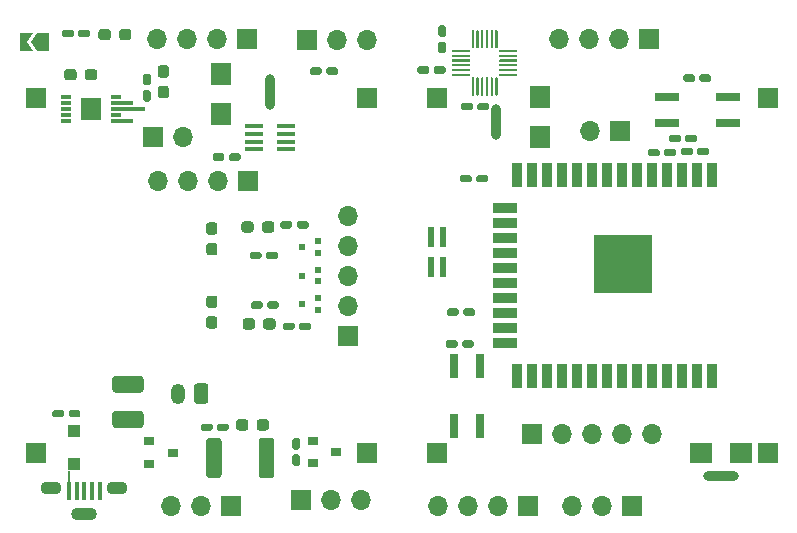
<source format=gts>
%TF.GenerationSoftware,KiCad,Pcbnew,(5.1.6)-1*%
%TF.CreationDate,2020-09-30T10:21:45+09:00*%
%TF.ProjectId,schematic,73636865-6d61-4746-9963-2e6b69636164,rev?*%
%TF.SameCoordinates,Original*%
%TF.FileFunction,Soldermask,Top*%
%TF.FilePolarity,Negative*%
%FSLAX46Y46*%
G04 Gerber Fmt 4.6, Leading zero omitted, Abs format (unit mm)*
G04 Created by KiCad (PCBNEW (5.1.6)-1) date 2020-09-30 10:21:45*
%MOMM*%
%LPD*%
G01*
G04 APERTURE LIST*
%ADD10C,0.150000*%
%ADD11O,1.200000X1.750000*%
%ADD12R,1.100000X1.100000*%
%ADD13R,0.500000X1.750000*%
%ADD14R,1.890000X0.305000*%
%ADD15R,0.890000X0.305000*%
%ADD16R,2.890000X0.305000*%
%ADD17R,1.680000X1.880000*%
%ADD18C,1.500000*%
%ADD19R,1.700000X1.700000*%
%ADD20O,1.700000X1.700000*%
%ADD21R,0.450000X1.500000*%
%ADD22O,1.800000X1.100000*%
%ADD23O,2.200000X1.100000*%
%ADD24C,0.100000*%
%ADD25R,1.800000X1.900000*%
%ADD26R,1.900000X1.800000*%
%ADD27R,0.900000X0.800000*%
%ADD28R,0.600000X0.500000*%
%ADD29R,2.050000X0.650000*%
%ADD30R,0.650000X2.050000*%
%ADD31O,0.840000X3.000000*%
%ADD32O,3.000000X0.840000*%
%ADD33R,1.560000X0.400000*%
%ADD34R,5.000000X5.000000*%
%ADD35R,0.900000X2.000000*%
%ADD36R,2.000000X0.900000*%
%ADD37C,2.500000*%
G04 APERTURE END LIST*
D10*
X58800000Y-97900000D02*
X58800000Y-96550000D01*
%TO.C,BT1*%
G36*
G01*
X70600000Y-89374999D02*
X70600000Y-90625001D01*
G75*
G02*
X70350001Y-90875000I-249999J0D01*
G01*
X69649999Y-90875000D01*
G75*
G02*
X69400000Y-90625001I0J249999D01*
G01*
X69400000Y-89374999D01*
G75*
G02*
X69649999Y-89125000I249999J0D01*
G01*
X70350001Y-89125000D01*
G75*
G02*
X70600000Y-89374999I0J-249999D01*
G01*
G37*
D11*
X68000000Y-90000000D03*
%TD*%
%TO.C,C3*%
G36*
G01*
X64875000Y-92900000D02*
X62725000Y-92900000D01*
G75*
G02*
X62475000Y-92650000I0J250000D01*
G01*
X62475000Y-91725000D01*
G75*
G02*
X62725000Y-91475000I250000J0D01*
G01*
X64875000Y-91475000D01*
G75*
G02*
X65125000Y-91725000I0J-250000D01*
G01*
X65125000Y-92650000D01*
G75*
G02*
X64875000Y-92900000I-250000J0D01*
G01*
G37*
G36*
G01*
X64875000Y-89925000D02*
X62725000Y-89925000D01*
G75*
G02*
X62475000Y-89675000I0J250000D01*
G01*
X62475000Y-88750000D01*
G75*
G02*
X62725000Y-88500000I250000J0D01*
G01*
X64875000Y-88500000D01*
G75*
G02*
X65125000Y-88750000I0J-250000D01*
G01*
X65125000Y-89675000D01*
G75*
G02*
X64875000Y-89925000I-250000J0D01*
G01*
G37*
%TD*%
%TO.C,C4*%
G36*
G01*
X80590000Y-62860000D02*
X80590000Y-62540000D01*
G75*
G02*
X80750000Y-62380000I160000J0D01*
G01*
X81430000Y-62380000D01*
G75*
G02*
X81590000Y-62540000I0J-160000D01*
G01*
X81590000Y-62860000D01*
G75*
G02*
X81430000Y-63020000I-160000J0D01*
G01*
X80750000Y-63020000D01*
G75*
G02*
X80590000Y-62860000I0J160000D01*
G01*
G37*
G36*
G01*
X79210000Y-62860000D02*
X79210000Y-62540000D01*
G75*
G02*
X79370000Y-62380000I160000J0D01*
G01*
X80050000Y-62380000D01*
G75*
G02*
X80210000Y-62540000I0J-160000D01*
G01*
X80210000Y-62860000D01*
G75*
G02*
X80050000Y-63020000I-160000J0D01*
G01*
X79370000Y-63020000D01*
G75*
G02*
X79210000Y-62860000I0J160000D01*
G01*
G37*
%TD*%
%TO.C,C5*%
G36*
G01*
X90560000Y-59810000D02*
X90240000Y-59810000D01*
G75*
G02*
X90080000Y-59650000I0J160000D01*
G01*
X90080000Y-58970000D01*
G75*
G02*
X90240000Y-58810000I160000J0D01*
G01*
X90560000Y-58810000D01*
G75*
G02*
X90720000Y-58970000I0J-160000D01*
G01*
X90720000Y-59650000D01*
G75*
G02*
X90560000Y-59810000I-160000J0D01*
G01*
G37*
G36*
G01*
X90560000Y-61190000D02*
X90240000Y-61190000D01*
G75*
G02*
X90080000Y-61030000I0J160000D01*
G01*
X90080000Y-60350000D01*
G75*
G02*
X90240000Y-60190000I160000J0D01*
G01*
X90560000Y-60190000D01*
G75*
G02*
X90720000Y-60350000I0J-160000D01*
G01*
X90720000Y-61030000D01*
G75*
G02*
X90560000Y-61190000I-160000J0D01*
G01*
G37*
%TD*%
%TO.C,C6*%
G36*
G01*
X94390000Y-65540000D02*
X94390000Y-65860000D01*
G75*
G02*
X94230000Y-66020000I-160000J0D01*
G01*
X93550000Y-66020000D01*
G75*
G02*
X93390000Y-65860000I0J160000D01*
G01*
X93390000Y-65540000D01*
G75*
G02*
X93550000Y-65380000I160000J0D01*
G01*
X94230000Y-65380000D01*
G75*
G02*
X94390000Y-65540000I0J-160000D01*
G01*
G37*
G36*
G01*
X93010000Y-65540000D02*
X93010000Y-65860000D01*
G75*
G02*
X92850000Y-66020000I-160000J0D01*
G01*
X92170000Y-66020000D01*
G75*
G02*
X92010000Y-65860000I0J160000D01*
G01*
X92010000Y-65540000D01*
G75*
G02*
X92170000Y-65380000I160000J0D01*
G01*
X92850000Y-65380000D01*
G75*
G02*
X93010000Y-65540000I0J-160000D01*
G01*
G37*
%TD*%
%TO.C,C8*%
G36*
G01*
X89310000Y-62440000D02*
X89310000Y-62760000D01*
G75*
G02*
X89150000Y-62920000I-160000J0D01*
G01*
X88470000Y-62920000D01*
G75*
G02*
X88310000Y-62760000I0J160000D01*
G01*
X88310000Y-62440000D01*
G75*
G02*
X88470000Y-62280000I160000J0D01*
G01*
X89150000Y-62280000D01*
G75*
G02*
X89310000Y-62440000I0J-160000D01*
G01*
G37*
G36*
G01*
X90690000Y-62440000D02*
X90690000Y-62760000D01*
G75*
G02*
X90530000Y-62920000I-160000J0D01*
G01*
X89850000Y-62920000D01*
G75*
G02*
X89690000Y-62760000I0J160000D01*
G01*
X89690000Y-62440000D01*
G75*
G02*
X89850000Y-62280000I160000J0D01*
G01*
X90530000Y-62280000D01*
G75*
G02*
X90690000Y-62440000I0J-160000D01*
G01*
G37*
%TD*%
%TO.C,C11*%
G36*
G01*
X112190000Y-63460000D02*
X112190000Y-63140000D01*
G75*
G02*
X112350000Y-62980000I160000J0D01*
G01*
X113030000Y-62980000D01*
G75*
G02*
X113190000Y-63140000I0J-160000D01*
G01*
X113190000Y-63460000D01*
G75*
G02*
X113030000Y-63620000I-160000J0D01*
G01*
X112350000Y-63620000D01*
G75*
G02*
X112190000Y-63460000I0J160000D01*
G01*
G37*
G36*
G01*
X110810000Y-63460000D02*
X110810000Y-63140000D01*
G75*
G02*
X110970000Y-62980000I160000J0D01*
G01*
X111650000Y-62980000D01*
G75*
G02*
X111810000Y-63140000I0J-160000D01*
G01*
X111810000Y-63460000D01*
G75*
G02*
X111650000Y-63620000I-160000J0D01*
G01*
X110970000Y-63620000D01*
G75*
G02*
X110810000Y-63460000I0J160000D01*
G01*
G37*
%TD*%
%TO.C,C22*%
G36*
G01*
X73340000Y-69820000D02*
X73340000Y-70140000D01*
G75*
G02*
X73180000Y-70300000I-160000J0D01*
G01*
X72500000Y-70300000D01*
G75*
G02*
X72340000Y-70140000I0J160000D01*
G01*
X72340000Y-69820000D01*
G75*
G02*
X72500000Y-69660000I160000J0D01*
G01*
X73180000Y-69660000D01*
G75*
G02*
X73340000Y-69820000I0J-160000D01*
G01*
G37*
G36*
G01*
X71960000Y-69820000D02*
X71960000Y-70140000D01*
G75*
G02*
X71800000Y-70300000I-160000J0D01*
G01*
X71120000Y-70300000D01*
G75*
G02*
X70960000Y-70140000I0J160000D01*
G01*
X70960000Y-69820000D01*
G75*
G02*
X71120000Y-69660000I160000J0D01*
G01*
X71800000Y-69660000D01*
G75*
G02*
X71960000Y-69820000I0J-160000D01*
G01*
G37*
%TD*%
%TO.C,C23*%
G36*
G01*
X108810000Y-69440000D02*
X108810000Y-69760000D01*
G75*
G02*
X108650000Y-69920000I-160000J0D01*
G01*
X107970000Y-69920000D01*
G75*
G02*
X107810000Y-69760000I0J160000D01*
G01*
X107810000Y-69440000D01*
G75*
G02*
X107970000Y-69280000I160000J0D01*
G01*
X108650000Y-69280000D01*
G75*
G02*
X108810000Y-69440000I0J-160000D01*
G01*
G37*
G36*
G01*
X110190000Y-69440000D02*
X110190000Y-69760000D01*
G75*
G02*
X110030000Y-69920000I-160000J0D01*
G01*
X109350000Y-69920000D01*
G75*
G02*
X109190000Y-69760000I0J160000D01*
G01*
X109190000Y-69440000D01*
G75*
G02*
X109350000Y-69280000I160000J0D01*
G01*
X110030000Y-69280000D01*
G75*
G02*
X110190000Y-69440000I0J-160000D01*
G01*
G37*
%TD*%
%TO.C,C24*%
G36*
G01*
X65240000Y-62910000D02*
X65560000Y-62910000D01*
G75*
G02*
X65720000Y-63070000I0J-160000D01*
G01*
X65720000Y-63750000D01*
G75*
G02*
X65560000Y-63910000I-160000J0D01*
G01*
X65240000Y-63910000D01*
G75*
G02*
X65080000Y-63750000I0J160000D01*
G01*
X65080000Y-63070000D01*
G75*
G02*
X65240000Y-62910000I160000J0D01*
G01*
G37*
G36*
G01*
X65240000Y-64290000D02*
X65560000Y-64290000D01*
G75*
G02*
X65720000Y-64450000I0J-160000D01*
G01*
X65720000Y-65130000D01*
G75*
G02*
X65560000Y-65290000I-160000J0D01*
G01*
X65240000Y-65290000D01*
G75*
G02*
X65080000Y-65130000I0J160000D01*
G01*
X65080000Y-64450000D01*
G75*
G02*
X65240000Y-64290000I160000J0D01*
G01*
G37*
%TD*%
%TO.C,C25*%
G36*
G01*
X66562500Y-62200000D02*
X67037500Y-62200000D01*
G75*
G02*
X67275000Y-62437500I0J-237500D01*
G01*
X67275000Y-63012500D01*
G75*
G02*
X67037500Y-63250000I-237500J0D01*
G01*
X66562500Y-63250000D01*
G75*
G02*
X66325000Y-63012500I0J237500D01*
G01*
X66325000Y-62437500D01*
G75*
G02*
X66562500Y-62200000I237500J0D01*
G01*
G37*
G36*
G01*
X66562500Y-63950000D02*
X67037500Y-63950000D01*
G75*
G02*
X67275000Y-64187500I0J-237500D01*
G01*
X67275000Y-64762500D01*
G75*
G02*
X67037500Y-65000000I-237500J0D01*
G01*
X66562500Y-65000000D01*
G75*
G02*
X66325000Y-64762500I0J237500D01*
G01*
X66325000Y-64187500D01*
G75*
G02*
X66562500Y-63950000I237500J0D01*
G01*
G37*
%TD*%
%TO.C,C27*%
G36*
G01*
X110610000Y-69660000D02*
X110610000Y-69340000D01*
G75*
G02*
X110770000Y-69180000I160000J0D01*
G01*
X111450000Y-69180000D01*
G75*
G02*
X111610000Y-69340000I0J-160000D01*
G01*
X111610000Y-69660000D01*
G75*
G02*
X111450000Y-69820000I-160000J0D01*
G01*
X110770000Y-69820000D01*
G75*
G02*
X110610000Y-69660000I0J160000D01*
G01*
G37*
G36*
G01*
X111990000Y-69660000D02*
X111990000Y-69340000D01*
G75*
G02*
X112150000Y-69180000I160000J0D01*
G01*
X112830000Y-69180000D01*
G75*
G02*
X112990000Y-69340000I0J-160000D01*
G01*
X112990000Y-69660000D01*
G75*
G02*
X112830000Y-69820000I-160000J0D01*
G01*
X112150000Y-69820000D01*
G75*
G02*
X111990000Y-69660000I0J160000D01*
G01*
G37*
%TD*%
D12*
%TO.C,D1*%
X59200000Y-96000000D03*
X59200000Y-93200000D03*
%TD*%
%TO.C,D3*%
G36*
G01*
X71137500Y-76550000D02*
X70662500Y-76550000D01*
G75*
G02*
X70425000Y-76312500I0J237500D01*
G01*
X70425000Y-75737500D01*
G75*
G02*
X70662500Y-75500000I237500J0D01*
G01*
X71137500Y-75500000D01*
G75*
G02*
X71375000Y-75737500I0J-237500D01*
G01*
X71375000Y-76312500D01*
G75*
G02*
X71137500Y-76550000I-237500J0D01*
G01*
G37*
G36*
G01*
X71137500Y-78300000D02*
X70662500Y-78300000D01*
G75*
G02*
X70425000Y-78062500I0J237500D01*
G01*
X70425000Y-77487500D01*
G75*
G02*
X70662500Y-77250000I237500J0D01*
G01*
X71137500Y-77250000D01*
G75*
G02*
X71375000Y-77487500I0J-237500D01*
G01*
X71375000Y-78062500D01*
G75*
G02*
X71137500Y-78300000I-237500J0D01*
G01*
G37*
%TD*%
%TO.C,D4*%
G36*
G01*
X74000000Y-92412500D02*
X74000000Y-92887500D01*
G75*
G02*
X73762500Y-93125000I-237500J0D01*
G01*
X73187500Y-93125000D01*
G75*
G02*
X72950000Y-92887500I0J237500D01*
G01*
X72950000Y-92412500D01*
G75*
G02*
X73187500Y-92175000I237500J0D01*
G01*
X73762500Y-92175000D01*
G75*
G02*
X74000000Y-92412500I0J-237500D01*
G01*
G37*
G36*
G01*
X75750000Y-92412500D02*
X75750000Y-92887500D01*
G75*
G02*
X75512500Y-93125000I-237500J0D01*
G01*
X74937500Y-93125000D01*
G75*
G02*
X74700000Y-92887500I0J237500D01*
G01*
X74700000Y-92412500D01*
G75*
G02*
X74937500Y-92175000I237500J0D01*
G01*
X75512500Y-92175000D01*
G75*
G02*
X75750000Y-92412500I0J-237500D01*
G01*
G37*
%TD*%
%TO.C,D5*%
G36*
G01*
X70662500Y-81700000D02*
X71137500Y-81700000D01*
G75*
G02*
X71375000Y-81937500I0J-237500D01*
G01*
X71375000Y-82512500D01*
G75*
G02*
X71137500Y-82750000I-237500J0D01*
G01*
X70662500Y-82750000D01*
G75*
G02*
X70425000Y-82512500I0J237500D01*
G01*
X70425000Y-81937500D01*
G75*
G02*
X70662500Y-81700000I237500J0D01*
G01*
G37*
G36*
G01*
X70662500Y-83450000D02*
X71137500Y-83450000D01*
G75*
G02*
X71375000Y-83687500I0J-237500D01*
G01*
X71375000Y-84262500D01*
G75*
G02*
X71137500Y-84500000I-237500J0D01*
G01*
X70662500Y-84500000D01*
G75*
G02*
X70425000Y-84262500I0J237500D01*
G01*
X70425000Y-83687500D01*
G75*
G02*
X70662500Y-83450000I237500J0D01*
G01*
G37*
%TD*%
D13*
%TO.C,D6*%
X89500000Y-76725000D03*
X90500000Y-76725000D03*
X89500000Y-79275000D03*
X90500000Y-79275000D03*
%TD*%
%TO.C,D7*%
G36*
G01*
X74550000Y-83862500D02*
X74550000Y-84337500D01*
G75*
G02*
X74312500Y-84575000I-237500J0D01*
G01*
X73737500Y-84575000D01*
G75*
G02*
X73500000Y-84337500I0J237500D01*
G01*
X73500000Y-83862500D01*
G75*
G02*
X73737500Y-83625000I237500J0D01*
G01*
X74312500Y-83625000D01*
G75*
G02*
X74550000Y-83862500I0J-237500D01*
G01*
G37*
G36*
G01*
X76300000Y-83862500D02*
X76300000Y-84337500D01*
G75*
G02*
X76062500Y-84575000I-237500J0D01*
G01*
X75487500Y-84575000D01*
G75*
G02*
X75250000Y-84337500I0J237500D01*
G01*
X75250000Y-83862500D01*
G75*
G02*
X75487500Y-83625000I237500J0D01*
G01*
X76062500Y-83625000D01*
G75*
G02*
X76300000Y-83862500I0J-237500D01*
G01*
G37*
%TD*%
%TO.C,D8*%
G36*
G01*
X61200000Y-62762500D02*
X61200000Y-63237500D01*
G75*
G02*
X60962500Y-63475000I-237500J0D01*
G01*
X60387500Y-63475000D01*
G75*
G02*
X60150000Y-63237500I0J237500D01*
G01*
X60150000Y-62762500D01*
G75*
G02*
X60387500Y-62525000I237500J0D01*
G01*
X60962500Y-62525000D01*
G75*
G02*
X61200000Y-62762500I0J-237500D01*
G01*
G37*
G36*
G01*
X59450000Y-62762500D02*
X59450000Y-63237500D01*
G75*
G02*
X59212500Y-63475000I-237500J0D01*
G01*
X58637500Y-63475000D01*
G75*
G02*
X58400000Y-63237500I0J237500D01*
G01*
X58400000Y-62762500D01*
G75*
G02*
X58637500Y-62525000I237500J0D01*
G01*
X59212500Y-62525000D01*
G75*
G02*
X59450000Y-62762500I0J-237500D01*
G01*
G37*
%TD*%
%TO.C,D9*%
G36*
G01*
X61300000Y-59837500D02*
X61300000Y-59362500D01*
G75*
G02*
X61537500Y-59125000I237500J0D01*
G01*
X62112500Y-59125000D01*
G75*
G02*
X62350000Y-59362500I0J-237500D01*
G01*
X62350000Y-59837500D01*
G75*
G02*
X62112500Y-60075000I-237500J0D01*
G01*
X61537500Y-60075000D01*
G75*
G02*
X61300000Y-59837500I0J237500D01*
G01*
G37*
G36*
G01*
X63050000Y-59837500D02*
X63050000Y-59362500D01*
G75*
G02*
X63287500Y-59125000I237500J0D01*
G01*
X63862500Y-59125000D01*
G75*
G02*
X64100000Y-59362500I0J-237500D01*
G01*
X64100000Y-59837500D01*
G75*
G02*
X63862500Y-60075000I-237500J0D01*
G01*
X63287500Y-60075000D01*
G75*
G02*
X63050000Y-59837500I0J237500D01*
G01*
G37*
%TD*%
%TO.C,D10*%
G36*
G01*
X76200000Y-75662500D02*
X76200000Y-76137500D01*
G75*
G02*
X75962500Y-76375000I-237500J0D01*
G01*
X75387500Y-76375000D01*
G75*
G02*
X75150000Y-76137500I0J237500D01*
G01*
X75150000Y-75662500D01*
G75*
G02*
X75387500Y-75425000I237500J0D01*
G01*
X75962500Y-75425000D01*
G75*
G02*
X76200000Y-75662500I0J-237500D01*
G01*
G37*
G36*
G01*
X74450000Y-75662500D02*
X74450000Y-76137500D01*
G75*
G02*
X74212500Y-76375000I-237500J0D01*
G01*
X73637500Y-76375000D01*
G75*
G02*
X73400000Y-76137500I0J237500D01*
G01*
X73400000Y-75662500D01*
G75*
G02*
X73637500Y-75425000I237500J0D01*
G01*
X74212500Y-75425000D01*
G75*
G02*
X74450000Y-75662500I0J-237500D01*
G01*
G37*
%TD*%
%TO.C,F1*%
G36*
G01*
X70425000Y-96900000D02*
X70425000Y-94000000D01*
G75*
G02*
X70675000Y-93750000I250000J0D01*
G01*
X71475000Y-93750000D01*
G75*
G02*
X71725000Y-94000000I0J-250000D01*
G01*
X71725000Y-96900000D01*
G75*
G02*
X71475000Y-97150000I-250000J0D01*
G01*
X70675000Y-97150000D01*
G75*
G02*
X70425000Y-96900000I0J250000D01*
G01*
G37*
G36*
G01*
X74875000Y-96900000D02*
X74875000Y-94000000D01*
G75*
G02*
X75125000Y-93750000I250000J0D01*
G01*
X75925000Y-93750000D01*
G75*
G02*
X76175000Y-94000000I0J-250000D01*
G01*
X76175000Y-96900000D01*
G75*
G02*
X75925000Y-97150000I-250000J0D01*
G01*
X75125000Y-97150000D01*
G75*
G02*
X74875000Y-96900000I0J250000D01*
G01*
G37*
%TD*%
D14*
%TO.C,IC1*%
X63305000Y-66900000D03*
D15*
X62805000Y-66400000D03*
D16*
X63805000Y-65900000D03*
D14*
X63305000Y-65400000D03*
D15*
X62805000Y-64900000D03*
X58595000Y-64900000D03*
X58595000Y-65400000D03*
X58595000Y-65900000D03*
X58595000Y-66400000D03*
X58595000Y-66900000D03*
D17*
X60700000Y-65900000D03*
D18*
X60700000Y-65900000D03*
%TD*%
D19*
%TO.C,J1*%
X79000000Y-60100000D03*
D20*
X81540000Y-60100000D03*
X84080000Y-60100000D03*
%TD*%
D21*
%TO.C,J2*%
X60100000Y-98275000D03*
X60750000Y-98275000D03*
X59450000Y-98275000D03*
X61400000Y-98275000D03*
X58800000Y-98275000D03*
D22*
X57300000Y-98025000D03*
X62900000Y-98025000D03*
D23*
X60100000Y-100175000D03*
%TD*%
D19*
%TO.C,J3*%
X72540000Y-99500000D03*
D20*
X70000000Y-99500000D03*
X67460000Y-99500000D03*
%TD*%
D19*
%TO.C,J4*%
X97640000Y-99500000D03*
D20*
X95100000Y-99500000D03*
X92560000Y-99500000D03*
X90020000Y-99500000D03*
%TD*%
D19*
%TO.C,J5*%
X74000000Y-72000000D03*
D20*
X71460000Y-72000000D03*
X68920000Y-72000000D03*
X66380000Y-72000000D03*
%TD*%
%TO.C,J6*%
X108180000Y-93400000D03*
X105640000Y-93400000D03*
X103100000Y-93400000D03*
X100560000Y-93400000D03*
D19*
X98020000Y-93400000D03*
%TD*%
%TO.C,J7*%
X82400000Y-85080000D03*
D20*
X82400000Y-82540000D03*
X82400000Y-80000000D03*
X82400000Y-77460000D03*
X82400000Y-74920000D03*
%TD*%
%TO.C,J8*%
X101360000Y-99500000D03*
X103900000Y-99500000D03*
D19*
X106440000Y-99500000D03*
%TD*%
%TO.C,J9*%
X90000000Y-65000000D03*
%TD*%
%TO.C,J10*%
X56000000Y-65000000D03*
%TD*%
%TO.C,J11*%
X56000000Y-95000000D03*
%TD*%
%TO.C,J12*%
X84000000Y-95000000D03*
%TD*%
%TO.C,J13*%
X118000000Y-95000000D03*
%TD*%
%TO.C,J14*%
X90000000Y-95000000D03*
%TD*%
%TO.C,J17*%
X118000000Y-65000000D03*
%TD*%
%TO.C,J18*%
X84000000Y-65000000D03*
%TD*%
%TO.C,J19*%
X105500000Y-67800000D03*
D20*
X102960000Y-67800000D03*
%TD*%
D24*
%TO.C,JP1*%
G36*
X54625000Y-59500000D02*
G01*
X55775000Y-59500000D01*
X55275000Y-60250000D01*
X55775000Y-61000000D01*
X54625000Y-61000000D01*
X54625000Y-59500000D01*
G37*
G36*
X55575000Y-60250000D02*
G01*
X56075000Y-59500000D01*
X57075000Y-59500000D01*
X57075000Y-61000000D01*
X56075000Y-61000000D01*
X55575000Y-60250000D01*
G37*
%TD*%
D25*
%TO.C,L1*%
X71690000Y-62920000D03*
X71690000Y-66320000D03*
%TD*%
D26*
%TO.C,L2*%
X112300000Y-95000000D03*
X115700000Y-95000000D03*
%TD*%
D25*
%TO.C,L3*%
X98670000Y-68300000D03*
X98670000Y-64900000D03*
%TD*%
D19*
%TO.C,M1*%
X65900000Y-68300000D03*
D20*
X68440000Y-68300000D03*
%TD*%
D27*
%TO.C,Q1*%
X67600000Y-95000000D03*
X65600000Y-95950000D03*
X65600000Y-94050000D03*
%TD*%
D28*
%TO.C,Q4*%
X79850000Y-80500000D03*
X79850000Y-79500000D03*
X78550000Y-80000000D03*
%TD*%
D27*
%TO.C,Q5*%
X79450000Y-94000000D03*
X79450000Y-95900000D03*
X81450000Y-94950000D03*
%TD*%
D28*
%TO.C,Q6*%
X78550000Y-82400000D03*
X79850000Y-81900000D03*
X79850000Y-82900000D03*
%TD*%
%TO.C,Q7*%
X79850000Y-78100000D03*
X79850000Y-77100000D03*
X78550000Y-77600000D03*
%TD*%
%TO.C,R1*%
G36*
G01*
X58780000Y-91860000D02*
X58780000Y-91540000D01*
G75*
G02*
X58940000Y-91380000I160000J0D01*
G01*
X59620000Y-91380000D01*
G75*
G02*
X59780000Y-91540000I0J-160000D01*
G01*
X59780000Y-91860000D01*
G75*
G02*
X59620000Y-92020000I-160000J0D01*
G01*
X58940000Y-92020000D01*
G75*
G02*
X58780000Y-91860000I0J160000D01*
G01*
G37*
G36*
G01*
X57400000Y-91860000D02*
X57400000Y-91540000D01*
G75*
G02*
X57560000Y-91380000I160000J0D01*
G01*
X58240000Y-91380000D01*
G75*
G02*
X58400000Y-91540000I0J-160000D01*
G01*
X58400000Y-91860000D01*
G75*
G02*
X58240000Y-92020000I-160000J0D01*
G01*
X57560000Y-92020000D01*
G75*
G02*
X57400000Y-91860000I0J160000D01*
G01*
G37*
%TD*%
%TO.C,R9*%
G36*
G01*
X74110000Y-78460000D02*
X74110000Y-78140000D01*
G75*
G02*
X74270000Y-77980000I160000J0D01*
G01*
X74950000Y-77980000D01*
G75*
G02*
X75110000Y-78140000I0J-160000D01*
G01*
X75110000Y-78460000D01*
G75*
G02*
X74950000Y-78620000I-160000J0D01*
G01*
X74270000Y-78620000D01*
G75*
G02*
X74110000Y-78460000I0J160000D01*
G01*
G37*
G36*
G01*
X75490000Y-78460000D02*
X75490000Y-78140000D01*
G75*
G02*
X75650000Y-77980000I160000J0D01*
G01*
X76330000Y-77980000D01*
G75*
G02*
X76490000Y-78140000I0J-160000D01*
G01*
X76490000Y-78460000D01*
G75*
G02*
X76330000Y-78620000I-160000J0D01*
G01*
X75650000Y-78620000D01*
G75*
G02*
X75490000Y-78460000I0J160000D01*
G01*
G37*
%TD*%
%TO.C,R10*%
G36*
G01*
X78210000Y-96140000D02*
X77890000Y-96140000D01*
G75*
G02*
X77730000Y-95980000I0J160000D01*
G01*
X77730000Y-95300000D01*
G75*
G02*
X77890000Y-95140000I160000J0D01*
G01*
X78210000Y-95140000D01*
G75*
G02*
X78370000Y-95300000I0J-160000D01*
G01*
X78370000Y-95980000D01*
G75*
G02*
X78210000Y-96140000I-160000J0D01*
G01*
G37*
G36*
G01*
X78210000Y-94760000D02*
X77890000Y-94760000D01*
G75*
G02*
X77730000Y-94600000I0J160000D01*
G01*
X77730000Y-93920000D01*
G75*
G02*
X77890000Y-93760000I160000J0D01*
G01*
X78210000Y-93760000D01*
G75*
G02*
X78370000Y-93920000I0J-160000D01*
G01*
X78370000Y-94600000D01*
G75*
G02*
X78210000Y-94760000I-160000J0D01*
G01*
G37*
%TD*%
%TO.C,R14*%
G36*
G01*
X69960000Y-93010000D02*
X69960000Y-92690000D01*
G75*
G02*
X70120000Y-92530000I160000J0D01*
G01*
X70800000Y-92530000D01*
G75*
G02*
X70960000Y-92690000I0J-160000D01*
G01*
X70960000Y-93010000D01*
G75*
G02*
X70800000Y-93170000I-160000J0D01*
G01*
X70120000Y-93170000D01*
G75*
G02*
X69960000Y-93010000I0J160000D01*
G01*
G37*
G36*
G01*
X71340000Y-93010000D02*
X71340000Y-92690000D01*
G75*
G02*
X71500000Y-92530000I160000J0D01*
G01*
X72180000Y-92530000D01*
G75*
G02*
X72340000Y-92690000I0J-160000D01*
G01*
X72340000Y-93010000D01*
G75*
G02*
X72180000Y-93170000I-160000J0D01*
G01*
X71500000Y-93170000D01*
G75*
G02*
X71340000Y-93010000I0J160000D01*
G01*
G37*
%TD*%
%TO.C,R15*%
G36*
G01*
X74210000Y-82660000D02*
X74210000Y-82340000D01*
G75*
G02*
X74370000Y-82180000I160000J0D01*
G01*
X75050000Y-82180000D01*
G75*
G02*
X75210000Y-82340000I0J-160000D01*
G01*
X75210000Y-82660000D01*
G75*
G02*
X75050000Y-82820000I-160000J0D01*
G01*
X74370000Y-82820000D01*
G75*
G02*
X74210000Y-82660000I0J160000D01*
G01*
G37*
G36*
G01*
X75590000Y-82660000D02*
X75590000Y-82340000D01*
G75*
G02*
X75750000Y-82180000I160000J0D01*
G01*
X76430000Y-82180000D01*
G75*
G02*
X76590000Y-82340000I0J-160000D01*
G01*
X76590000Y-82660000D01*
G75*
G02*
X76430000Y-82820000I-160000J0D01*
G01*
X75750000Y-82820000D01*
G75*
G02*
X75590000Y-82660000I0J160000D01*
G01*
G37*
%TD*%
%TO.C,R16*%
G36*
G01*
X78290000Y-84460000D02*
X78290000Y-84140000D01*
G75*
G02*
X78450000Y-83980000I160000J0D01*
G01*
X79130000Y-83980000D01*
G75*
G02*
X79290000Y-84140000I0J-160000D01*
G01*
X79290000Y-84460000D01*
G75*
G02*
X79130000Y-84620000I-160000J0D01*
G01*
X78450000Y-84620000D01*
G75*
G02*
X78290000Y-84460000I0J160000D01*
G01*
G37*
G36*
G01*
X76910000Y-84460000D02*
X76910000Y-84140000D01*
G75*
G02*
X77070000Y-83980000I160000J0D01*
G01*
X77750000Y-83980000D01*
G75*
G02*
X77910000Y-84140000I0J-160000D01*
G01*
X77910000Y-84460000D01*
G75*
G02*
X77750000Y-84620000I-160000J0D01*
G01*
X77070000Y-84620000D01*
G75*
G02*
X76910000Y-84460000I0J160000D01*
G01*
G37*
%TD*%
%TO.C,R21*%
G36*
G01*
X60590000Y-59340000D02*
X60590000Y-59660000D01*
G75*
G02*
X60430000Y-59820000I-160000J0D01*
G01*
X59750000Y-59820000D01*
G75*
G02*
X59590000Y-59660000I0J160000D01*
G01*
X59590000Y-59340000D01*
G75*
G02*
X59750000Y-59180000I160000J0D01*
G01*
X60430000Y-59180000D01*
G75*
G02*
X60590000Y-59340000I0J-160000D01*
G01*
G37*
G36*
G01*
X59210000Y-59340000D02*
X59210000Y-59660000D01*
G75*
G02*
X59050000Y-59820000I-160000J0D01*
G01*
X58370000Y-59820000D01*
G75*
G02*
X58210000Y-59660000I0J160000D01*
G01*
X58210000Y-59340000D01*
G75*
G02*
X58370000Y-59180000I160000J0D01*
G01*
X59050000Y-59180000D01*
G75*
G02*
X59210000Y-59340000I0J-160000D01*
G01*
G37*
%TD*%
%TO.C,R23*%
G36*
G01*
X76710000Y-75860000D02*
X76710000Y-75540000D01*
G75*
G02*
X76870000Y-75380000I160000J0D01*
G01*
X77550000Y-75380000D01*
G75*
G02*
X77710000Y-75540000I0J-160000D01*
G01*
X77710000Y-75860000D01*
G75*
G02*
X77550000Y-76020000I-160000J0D01*
G01*
X76870000Y-76020000D01*
G75*
G02*
X76710000Y-75860000I0J160000D01*
G01*
G37*
G36*
G01*
X78090000Y-75860000D02*
X78090000Y-75540000D01*
G75*
G02*
X78250000Y-75380000I160000J0D01*
G01*
X78930000Y-75380000D01*
G75*
G02*
X79090000Y-75540000I0J-160000D01*
G01*
X79090000Y-75860000D01*
G75*
G02*
X78930000Y-76020000I-160000J0D01*
G01*
X78250000Y-76020000D01*
G75*
G02*
X78090000Y-75860000I0J160000D01*
G01*
G37*
%TD*%
%TO.C,R25*%
G36*
G01*
X91910000Y-71960000D02*
X91910000Y-71640000D01*
G75*
G02*
X92070000Y-71480000I160000J0D01*
G01*
X92750000Y-71480000D01*
G75*
G02*
X92910000Y-71640000I0J-160000D01*
G01*
X92910000Y-71960000D01*
G75*
G02*
X92750000Y-72120000I-160000J0D01*
G01*
X92070000Y-72120000D01*
G75*
G02*
X91910000Y-71960000I0J160000D01*
G01*
G37*
G36*
G01*
X93290000Y-71960000D02*
X93290000Y-71640000D01*
G75*
G02*
X93450000Y-71480000I160000J0D01*
G01*
X94130000Y-71480000D01*
G75*
G02*
X94290000Y-71640000I0J-160000D01*
G01*
X94290000Y-71960000D01*
G75*
G02*
X94130000Y-72120000I-160000J0D01*
G01*
X93450000Y-72120000D01*
G75*
G02*
X93290000Y-71960000I0J160000D01*
G01*
G37*
%TD*%
%TO.C,R27*%
G36*
G01*
X111990000Y-68240000D02*
X111990000Y-68560000D01*
G75*
G02*
X111830000Y-68720000I-160000J0D01*
G01*
X111150000Y-68720000D01*
G75*
G02*
X110990000Y-68560000I0J160000D01*
G01*
X110990000Y-68240000D01*
G75*
G02*
X111150000Y-68080000I160000J0D01*
G01*
X111830000Y-68080000D01*
G75*
G02*
X111990000Y-68240000I0J-160000D01*
G01*
G37*
G36*
G01*
X110610000Y-68240000D02*
X110610000Y-68560000D01*
G75*
G02*
X110450000Y-68720000I-160000J0D01*
G01*
X109770000Y-68720000D01*
G75*
G02*
X109610000Y-68560000I0J160000D01*
G01*
X109610000Y-68240000D01*
G75*
G02*
X109770000Y-68080000I160000J0D01*
G01*
X110450000Y-68080000D01*
G75*
G02*
X110610000Y-68240000I0J-160000D01*
G01*
G37*
%TD*%
%TO.C,R31*%
G36*
G01*
X90710000Y-85960000D02*
X90710000Y-85640000D01*
G75*
G02*
X90870000Y-85480000I160000J0D01*
G01*
X91550000Y-85480000D01*
G75*
G02*
X91710000Y-85640000I0J-160000D01*
G01*
X91710000Y-85960000D01*
G75*
G02*
X91550000Y-86120000I-160000J0D01*
G01*
X90870000Y-86120000D01*
G75*
G02*
X90710000Y-85960000I0J160000D01*
G01*
G37*
G36*
G01*
X92090000Y-85960000D02*
X92090000Y-85640000D01*
G75*
G02*
X92250000Y-85480000I160000J0D01*
G01*
X92930000Y-85480000D01*
G75*
G02*
X93090000Y-85640000I0J-160000D01*
G01*
X93090000Y-85960000D01*
G75*
G02*
X92930000Y-86120000I-160000J0D01*
G01*
X92250000Y-86120000D01*
G75*
G02*
X92090000Y-85960000I0J160000D01*
G01*
G37*
%TD*%
%TO.C,R32*%
G36*
G01*
X92190000Y-83260000D02*
X92190000Y-82940000D01*
G75*
G02*
X92350000Y-82780000I160000J0D01*
G01*
X93030000Y-82780000D01*
G75*
G02*
X93190000Y-82940000I0J-160000D01*
G01*
X93190000Y-83260000D01*
G75*
G02*
X93030000Y-83420000I-160000J0D01*
G01*
X92350000Y-83420000D01*
G75*
G02*
X92190000Y-83260000I0J160000D01*
G01*
G37*
G36*
G01*
X90810000Y-83260000D02*
X90810000Y-82940000D01*
G75*
G02*
X90970000Y-82780000I160000J0D01*
G01*
X91650000Y-82780000D01*
G75*
G02*
X91810000Y-82940000I0J-160000D01*
G01*
X91810000Y-83260000D01*
G75*
G02*
X91650000Y-83420000I-160000J0D01*
G01*
X90970000Y-83420000D01*
G75*
G02*
X90810000Y-83260000I0J160000D01*
G01*
G37*
%TD*%
D29*
%TO.C,SW1*%
X109425000Y-64925000D03*
X114575000Y-64925000D03*
X109425000Y-67075000D03*
X114575000Y-67075000D03*
%TD*%
D30*
%TO.C,SW2*%
X93575000Y-87625000D03*
X93575000Y-92775000D03*
X91425000Y-87625000D03*
X91425000Y-92775000D03*
%TD*%
D19*
%TO.C,SW3*%
X78460000Y-99000000D03*
D20*
X81000000Y-99000000D03*
X83540000Y-99000000D03*
%TD*%
D31*
%TO.C,U1*%
X75800000Y-64500000D03*
%TD*%
%TO.C,U2*%
G36*
G01*
X94950000Y-59225000D02*
X95050000Y-59225000D01*
G75*
G02*
X95100000Y-59275000I0J-50000D01*
G01*
X95100000Y-60725000D01*
G75*
G02*
X95050000Y-60775000I-50000J0D01*
G01*
X94950000Y-60775000D01*
G75*
G02*
X94900000Y-60725000I0J50000D01*
G01*
X94900000Y-59275000D01*
G75*
G02*
X94950000Y-59225000I50000J0D01*
G01*
G37*
G36*
G01*
X94550000Y-59225000D02*
X94650000Y-59225000D01*
G75*
G02*
X94700000Y-59275000I0J-50000D01*
G01*
X94700000Y-60725000D01*
G75*
G02*
X94650000Y-60775000I-50000J0D01*
G01*
X94550000Y-60775000D01*
G75*
G02*
X94500000Y-60725000I0J50000D01*
G01*
X94500000Y-59275000D01*
G75*
G02*
X94550000Y-59225000I50000J0D01*
G01*
G37*
G36*
G01*
X94150000Y-59225000D02*
X94250000Y-59225000D01*
G75*
G02*
X94300000Y-59275000I0J-50000D01*
G01*
X94300000Y-60725000D01*
G75*
G02*
X94250000Y-60775000I-50000J0D01*
G01*
X94150000Y-60775000D01*
G75*
G02*
X94100000Y-60725000I0J50000D01*
G01*
X94100000Y-59275000D01*
G75*
G02*
X94150000Y-59225000I50000J0D01*
G01*
G37*
G36*
G01*
X93750000Y-59225000D02*
X93850000Y-59225000D01*
G75*
G02*
X93900000Y-59275000I0J-50000D01*
G01*
X93900000Y-60725000D01*
G75*
G02*
X93850000Y-60775000I-50000J0D01*
G01*
X93750000Y-60775000D01*
G75*
G02*
X93700000Y-60725000I0J50000D01*
G01*
X93700000Y-59275000D01*
G75*
G02*
X93750000Y-59225000I50000J0D01*
G01*
G37*
G36*
G01*
X93350000Y-59225000D02*
X93450000Y-59225000D01*
G75*
G02*
X93500000Y-59275000I0J-50000D01*
G01*
X93500000Y-60725000D01*
G75*
G02*
X93450000Y-60775000I-50000J0D01*
G01*
X93350000Y-60775000D01*
G75*
G02*
X93300000Y-60725000I0J50000D01*
G01*
X93300000Y-59275000D01*
G75*
G02*
X93350000Y-59225000I50000J0D01*
G01*
G37*
G36*
G01*
X92950000Y-59225000D02*
X93050000Y-59225000D01*
G75*
G02*
X93100000Y-59275000I0J-50000D01*
G01*
X93100000Y-60725000D01*
G75*
G02*
X93050000Y-60775000I-50000J0D01*
G01*
X92950000Y-60775000D01*
G75*
G02*
X92900000Y-60725000I0J50000D01*
G01*
X92900000Y-59275000D01*
G75*
G02*
X92950000Y-59225000I50000J0D01*
G01*
G37*
G36*
G01*
X91225000Y-61050000D02*
X91225000Y-60950000D01*
G75*
G02*
X91275000Y-60900000I50000J0D01*
G01*
X92725000Y-60900000D01*
G75*
G02*
X92775000Y-60950000I0J-50000D01*
G01*
X92775000Y-61050000D01*
G75*
G02*
X92725000Y-61100000I-50000J0D01*
G01*
X91275000Y-61100000D01*
G75*
G02*
X91225000Y-61050000I0J50000D01*
G01*
G37*
G36*
G01*
X91225000Y-61450000D02*
X91225000Y-61350000D01*
G75*
G02*
X91275000Y-61300000I50000J0D01*
G01*
X92725000Y-61300000D01*
G75*
G02*
X92775000Y-61350000I0J-50000D01*
G01*
X92775000Y-61450000D01*
G75*
G02*
X92725000Y-61500000I-50000J0D01*
G01*
X91275000Y-61500000D01*
G75*
G02*
X91225000Y-61450000I0J50000D01*
G01*
G37*
G36*
G01*
X91225000Y-61850000D02*
X91225000Y-61750000D01*
G75*
G02*
X91275000Y-61700000I50000J0D01*
G01*
X92725000Y-61700000D01*
G75*
G02*
X92775000Y-61750000I0J-50000D01*
G01*
X92775000Y-61850000D01*
G75*
G02*
X92725000Y-61900000I-50000J0D01*
G01*
X91275000Y-61900000D01*
G75*
G02*
X91225000Y-61850000I0J50000D01*
G01*
G37*
G36*
G01*
X91225000Y-62250000D02*
X91225000Y-62150000D01*
G75*
G02*
X91275000Y-62100000I50000J0D01*
G01*
X92725000Y-62100000D01*
G75*
G02*
X92775000Y-62150000I0J-50000D01*
G01*
X92775000Y-62250000D01*
G75*
G02*
X92725000Y-62300000I-50000J0D01*
G01*
X91275000Y-62300000D01*
G75*
G02*
X91225000Y-62250000I0J50000D01*
G01*
G37*
G36*
G01*
X91225000Y-62650000D02*
X91225000Y-62550000D01*
G75*
G02*
X91275000Y-62500000I50000J0D01*
G01*
X92725000Y-62500000D01*
G75*
G02*
X92775000Y-62550000I0J-50000D01*
G01*
X92775000Y-62650000D01*
G75*
G02*
X92725000Y-62700000I-50000J0D01*
G01*
X91275000Y-62700000D01*
G75*
G02*
X91225000Y-62650000I0J50000D01*
G01*
G37*
G36*
G01*
X91225000Y-63050000D02*
X91225000Y-62950000D01*
G75*
G02*
X91275000Y-62900000I50000J0D01*
G01*
X92725000Y-62900000D01*
G75*
G02*
X92775000Y-62950000I0J-50000D01*
G01*
X92775000Y-63050000D01*
G75*
G02*
X92725000Y-63100000I-50000J0D01*
G01*
X91275000Y-63100000D01*
G75*
G02*
X91225000Y-63050000I0J50000D01*
G01*
G37*
G36*
G01*
X92950000Y-63225000D02*
X93050000Y-63225000D01*
G75*
G02*
X93100000Y-63275000I0J-50000D01*
G01*
X93100000Y-64725000D01*
G75*
G02*
X93050000Y-64775000I-50000J0D01*
G01*
X92950000Y-64775000D01*
G75*
G02*
X92900000Y-64725000I0J50000D01*
G01*
X92900000Y-63275000D01*
G75*
G02*
X92950000Y-63225000I50000J0D01*
G01*
G37*
G36*
G01*
X93350000Y-63225000D02*
X93450000Y-63225000D01*
G75*
G02*
X93500000Y-63275000I0J-50000D01*
G01*
X93500000Y-64725000D01*
G75*
G02*
X93450000Y-64775000I-50000J0D01*
G01*
X93350000Y-64775000D01*
G75*
G02*
X93300000Y-64725000I0J50000D01*
G01*
X93300000Y-63275000D01*
G75*
G02*
X93350000Y-63225000I50000J0D01*
G01*
G37*
G36*
G01*
X93750000Y-63225000D02*
X93850000Y-63225000D01*
G75*
G02*
X93900000Y-63275000I0J-50000D01*
G01*
X93900000Y-64725000D01*
G75*
G02*
X93850000Y-64775000I-50000J0D01*
G01*
X93750000Y-64775000D01*
G75*
G02*
X93700000Y-64725000I0J50000D01*
G01*
X93700000Y-63275000D01*
G75*
G02*
X93750000Y-63225000I50000J0D01*
G01*
G37*
G36*
G01*
X94150000Y-63225000D02*
X94250000Y-63225000D01*
G75*
G02*
X94300000Y-63275000I0J-50000D01*
G01*
X94300000Y-64725000D01*
G75*
G02*
X94250000Y-64775000I-50000J0D01*
G01*
X94150000Y-64775000D01*
G75*
G02*
X94100000Y-64725000I0J50000D01*
G01*
X94100000Y-63275000D01*
G75*
G02*
X94150000Y-63225000I50000J0D01*
G01*
G37*
G36*
G01*
X94550000Y-63225000D02*
X94650000Y-63225000D01*
G75*
G02*
X94700000Y-63275000I0J-50000D01*
G01*
X94700000Y-64725000D01*
G75*
G02*
X94650000Y-64775000I-50000J0D01*
G01*
X94550000Y-64775000D01*
G75*
G02*
X94500000Y-64725000I0J50000D01*
G01*
X94500000Y-63275000D01*
G75*
G02*
X94550000Y-63225000I50000J0D01*
G01*
G37*
G36*
G01*
X94950000Y-63225000D02*
X95050000Y-63225000D01*
G75*
G02*
X95100000Y-63275000I0J-50000D01*
G01*
X95100000Y-64725000D01*
G75*
G02*
X95050000Y-64775000I-50000J0D01*
G01*
X94950000Y-64775000D01*
G75*
G02*
X94900000Y-64725000I0J50000D01*
G01*
X94900000Y-63275000D01*
G75*
G02*
X94950000Y-63225000I50000J0D01*
G01*
G37*
G36*
G01*
X95225000Y-63050000D02*
X95225000Y-62950000D01*
G75*
G02*
X95275000Y-62900000I50000J0D01*
G01*
X96725000Y-62900000D01*
G75*
G02*
X96775000Y-62950000I0J-50000D01*
G01*
X96775000Y-63050000D01*
G75*
G02*
X96725000Y-63100000I-50000J0D01*
G01*
X95275000Y-63100000D01*
G75*
G02*
X95225000Y-63050000I0J50000D01*
G01*
G37*
G36*
G01*
X95225000Y-62650000D02*
X95225000Y-62550000D01*
G75*
G02*
X95275000Y-62500000I50000J0D01*
G01*
X96725000Y-62500000D01*
G75*
G02*
X96775000Y-62550000I0J-50000D01*
G01*
X96775000Y-62650000D01*
G75*
G02*
X96725000Y-62700000I-50000J0D01*
G01*
X95275000Y-62700000D01*
G75*
G02*
X95225000Y-62650000I0J50000D01*
G01*
G37*
G36*
G01*
X95225000Y-62250000D02*
X95225000Y-62150000D01*
G75*
G02*
X95275000Y-62100000I50000J0D01*
G01*
X96725000Y-62100000D01*
G75*
G02*
X96775000Y-62150000I0J-50000D01*
G01*
X96775000Y-62250000D01*
G75*
G02*
X96725000Y-62300000I-50000J0D01*
G01*
X95275000Y-62300000D01*
G75*
G02*
X95225000Y-62250000I0J50000D01*
G01*
G37*
G36*
G01*
X95225000Y-61850000D02*
X95225000Y-61750000D01*
G75*
G02*
X95275000Y-61700000I50000J0D01*
G01*
X96725000Y-61700000D01*
G75*
G02*
X96775000Y-61750000I0J-50000D01*
G01*
X96775000Y-61850000D01*
G75*
G02*
X96725000Y-61900000I-50000J0D01*
G01*
X95275000Y-61900000D01*
G75*
G02*
X95225000Y-61850000I0J50000D01*
G01*
G37*
G36*
G01*
X95225000Y-61450000D02*
X95225000Y-61350000D01*
G75*
G02*
X95275000Y-61300000I50000J0D01*
G01*
X96725000Y-61300000D01*
G75*
G02*
X96775000Y-61350000I0J-50000D01*
G01*
X96775000Y-61450000D01*
G75*
G02*
X96725000Y-61500000I-50000J0D01*
G01*
X95275000Y-61500000D01*
G75*
G02*
X95225000Y-61450000I0J50000D01*
G01*
G37*
G36*
G01*
X95225000Y-61050000D02*
X95225000Y-60950000D01*
G75*
G02*
X95275000Y-60900000I50000J0D01*
G01*
X96725000Y-60900000D01*
G75*
G02*
X96775000Y-60950000I0J-50000D01*
G01*
X96775000Y-61050000D01*
G75*
G02*
X96725000Y-61100000I-50000J0D01*
G01*
X95275000Y-61100000D01*
G75*
G02*
X95225000Y-61050000I0J50000D01*
G01*
G37*
%TD*%
D32*
%TO.C,U4*%
X114000000Y-97000000D03*
%TD*%
D31*
%TO.C,U6*%
X95000000Y-67000000D03*
%TD*%
D33*
%TO.C,U7*%
X74500000Y-67370000D03*
X74500000Y-68020000D03*
X74500000Y-68680000D03*
X74500000Y-69330000D03*
X77200000Y-69330000D03*
X77200000Y-68680000D03*
X77200000Y-68020000D03*
X77200000Y-67370000D03*
%TD*%
D34*
%TO.C,U8*%
X105755000Y-79000000D03*
D35*
X113255000Y-71500000D03*
X111985000Y-71500000D03*
X110715000Y-71500000D03*
X109445000Y-71500000D03*
X108175000Y-71500000D03*
X106905000Y-71500000D03*
X105635000Y-71500000D03*
X104365000Y-71500000D03*
X103095000Y-71500000D03*
X101825000Y-71500000D03*
X100555000Y-71500000D03*
X99285000Y-71500000D03*
X98015000Y-71500000D03*
X96745000Y-71500000D03*
D36*
X95745000Y-74285000D03*
X95745000Y-75555000D03*
X95745000Y-76825000D03*
X95745000Y-78095000D03*
X95745000Y-79365000D03*
X95745000Y-80635000D03*
X95745000Y-81905000D03*
X95745000Y-83175000D03*
X95745000Y-84445000D03*
X95745000Y-85715000D03*
D35*
X96745000Y-88500000D03*
X98015000Y-88500000D03*
X99285000Y-88500000D03*
X100555000Y-88500000D03*
X101825000Y-88500000D03*
X103095000Y-88500000D03*
X104365000Y-88500000D03*
X105635000Y-88500000D03*
X106905000Y-88500000D03*
X108175000Y-88500000D03*
X109445000Y-88500000D03*
X110715000Y-88500000D03*
X111985000Y-88500000D03*
X113255000Y-88500000D03*
D37*
X105755000Y-79000000D03*
%TD*%
D20*
%TO.C,J15*%
X66280000Y-60000000D03*
X68820000Y-60000000D03*
X71360000Y-60000000D03*
D19*
X73900000Y-60000000D03*
%TD*%
%TO.C,J16*%
X107900000Y-60000000D03*
D20*
X105360000Y-60000000D03*
X102820000Y-60000000D03*
X100280000Y-60000000D03*
%TD*%
M02*

</source>
